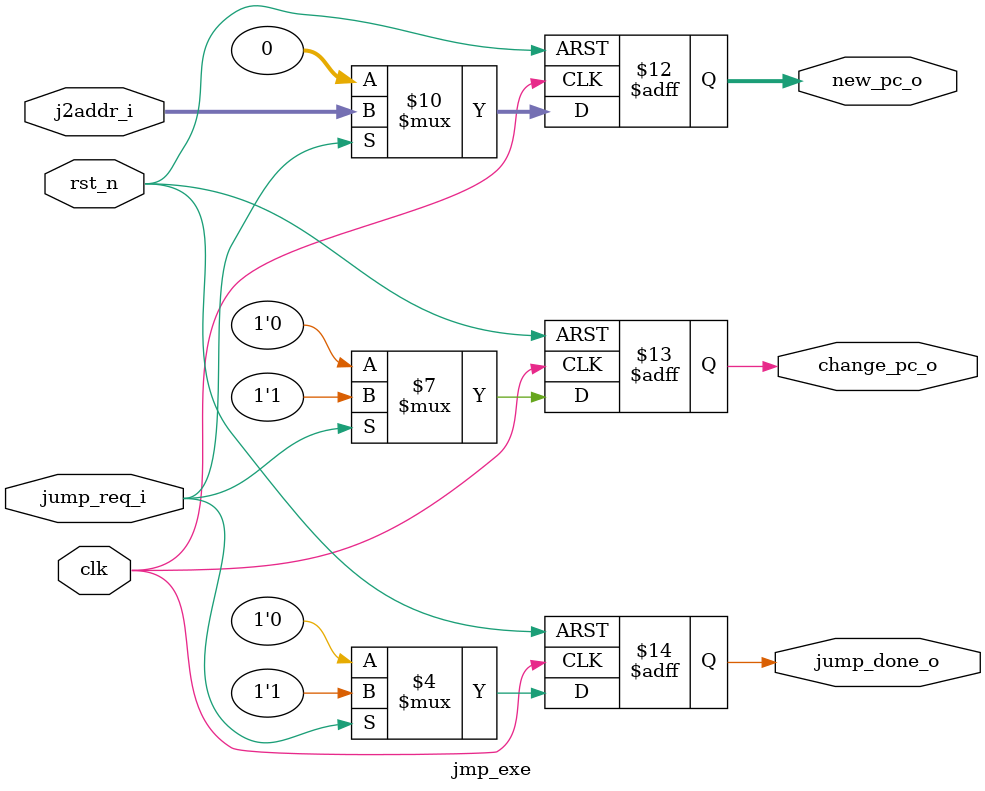
<source format=v>

/**
 * jump execution module
 */

module jmp_exe (
   input                clk         ,
   input                rst_n       ,
   // from dec, jump request pulse
   input                jump_req_i  ,   
   // from alu
   input       [31:0]   j2addr_i    ,
   // output to pc
   output reg  [31:0]   new_pc_o    ,
   output reg           change_pc_o ,
   // signal that jump execute
   output reg           jump_done_o 
   );
   
   always @(posedge clk or negedge rst_n) begin
      if (!rst_n) begin
         new_pc_o <= 32'b0;
         change_pc_o <= 1'b0;
         jump_done_o <= 1'b0;
      end
      else if (jump_req_i) begin
         new_pc_o <= j2addr_i;
         change_pc_o <= 1'b1;
         jump_done_o <= 1'b1;
      end
      else begin
         new_pc_o <= 32'b0;
         change_pc_o <= 1'b0;
         jump_done_o <= 1'b0;
      end      
   end

endmodule
</source>
